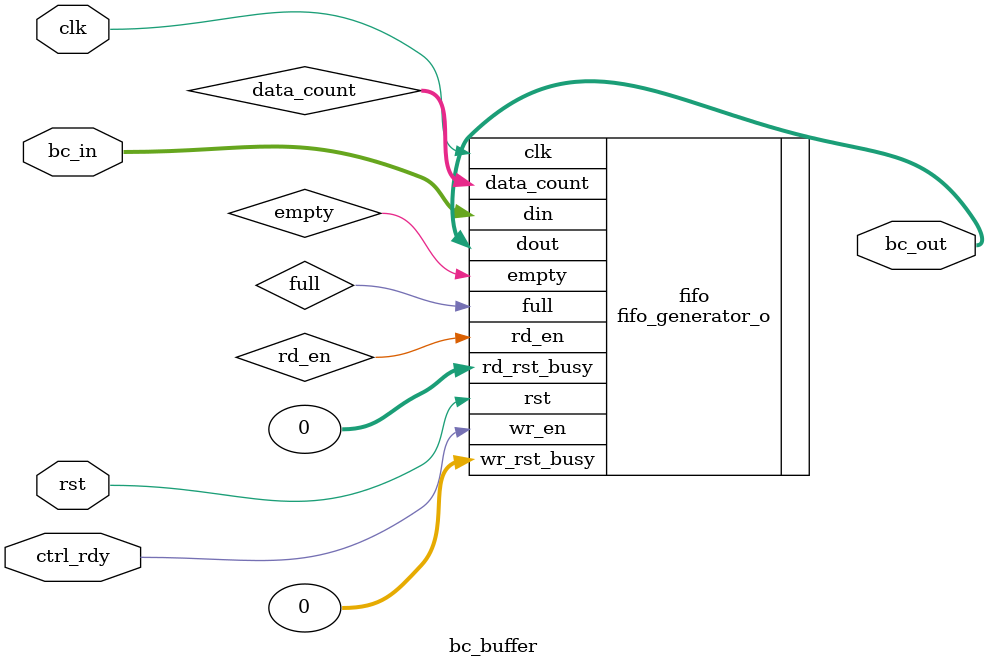
<source format=sv>
`timescale 1ns / 1ps


module bc_buffer(
        input clk,
        input rst,
        input ctrl_rdy,
        input [15:0] bc_in,        
        output [15:0] bc_out        
    );
    
    logic full;
    logic empty;    
    logic rd_en;
    logic [9:0] data_count;
    logic wr_rst_busy;
    logic rd_rst_busy;
    
    fifo_generator_o fifo(
        .clk(clk),
        .rst(rst),
        .full(full),
        .empty(empty),
        .din(bc_in),
        .dout(bc_out),
        .wr_en(ctrl_rdy),
        .rd_en(rd_en),
        .wr_rst_busy(0),
        .rd_rst_busy(0),
        .data_count(data_count)
    );
endmodule
</source>
